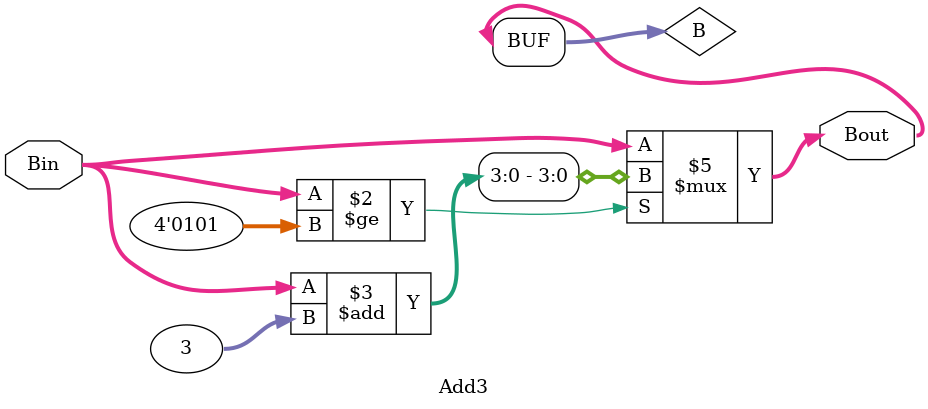
<source format=v>
`timescale 1ns / 1ps

module Add3(
    input   [3:0]   Bin,
    output  reg [3:0]   Bout
    );

    reg     [3:0]   B;
    
    always @(*) begin
        B = Bin;
        
        if (B >= 4'b0101) begin
            B = B + 3;
        end
        
        Bout = B;
    end

endmodule
</source>
